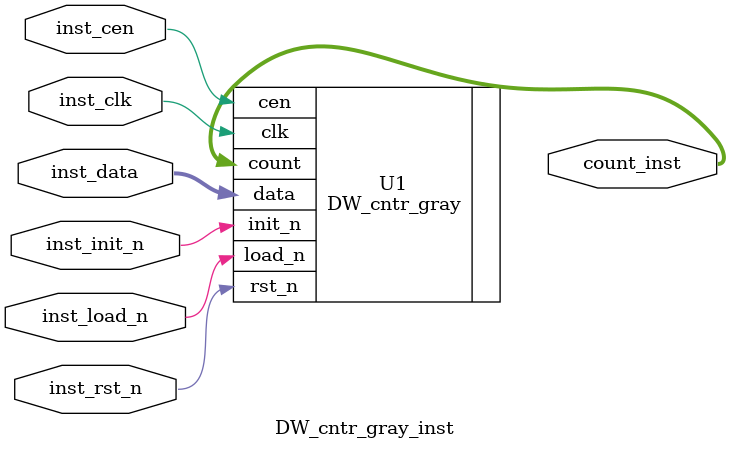
<source format=v>
module DW_cntr_gray_inst (inst_clk, inst_rst_n, inst_init_n, inst_load_n,
                          inst_data, inst_cen, count_inst);
  parameter inst_width = 8;

  input  inst_clk;
  input  inst_rst_n;
  input  inst_init_n;
  input  inst_load_n;
  input  [inst_width-1 : 0] inst_data;
  input  inst_cen;
  output [inst_width-1 : 0] count_inst;

  // Please add +incdir+$SYNOPSYS/dw/sim_ver+ to your verilog simulator
  // command line (for simulation).

  // instance of DW_cntr_gray
  DW_cntr_gray #(inst_width)
    U1 (.clk(inst_clk),
        .rst_n(inst_rst_n),
        .init_n(inst_init_n),
        .load_n(inst_load_n),
        .data(inst_data),
        .cen(inst_cen),
        .count(count_inst));
endmodule


</source>
